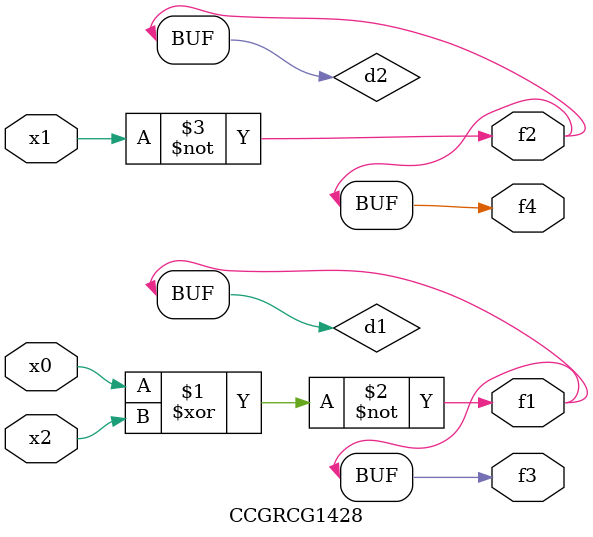
<source format=v>
module CCGRCG1428(
	input x0, x1, x2,
	output f1, f2, f3, f4
);

	wire d1, d2, d3;

	xnor (d1, x0, x2);
	nand (d2, x1);
	nor (d3, x1, x2);
	assign f1 = d1;
	assign f2 = d2;
	assign f3 = d1;
	assign f4 = d2;
endmodule

</source>
